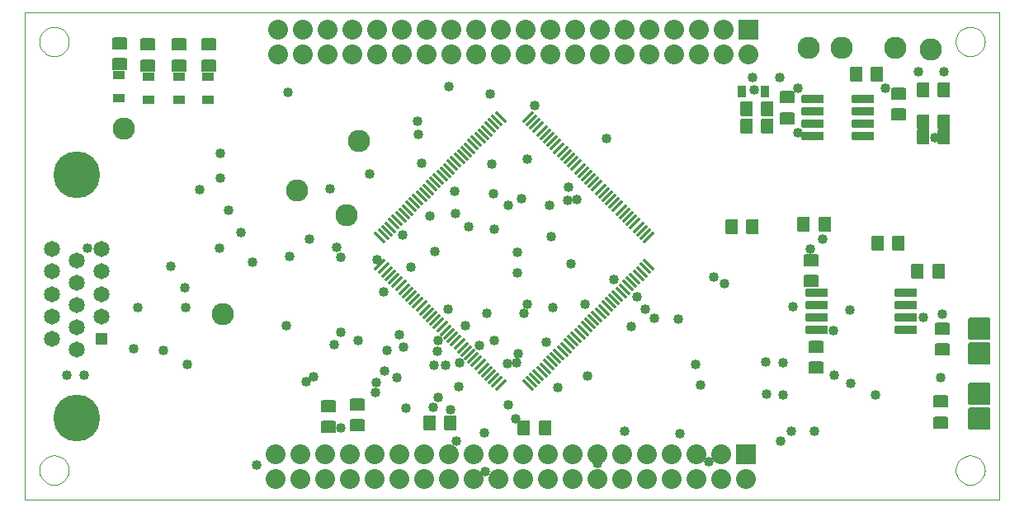
<source format=gbr>
G04 PROTEUS GERBER X2 FILE*
%TF.GenerationSoftware,Labcenter,Proteus,8.16-SP3-Build36097*%
%TF.CreationDate,2025-11-07T09:35:32+00:00*%
%TF.FileFunction,Soldermask,Top*%
%TF.FilePolarity,Negative*%
%TF.Part,Single*%
%TF.SameCoordinates,{b300ba1a-dc7e-4a19-be50-5429eaf46598}*%
%FSLAX45Y45*%
%MOMM*%
G01*
%TA.AperFunction,Material*%
%ADD31C,1.016000*%
%AMPPAD026*
4,1,4,
0.583360,0.583360,
0.583360,-0.583360,
-0.583360,-0.583360,
-0.583360,0.583360,
0.583360,0.583360,
0*%
%TA.AperFunction,Material*%
%ADD32PPAD026*%
%ADD33C,1.650000*%
%ADD34C,4.800000*%
%AMPPAD029*
4,1,36,
-0.762000,-0.508000,
-0.762000,0.508000,
-0.759420,0.533590,
-0.752020,0.557430,
-0.740310,0.579000,
-0.724800,0.597800,
-0.706000,0.613310,
-0.684430,0.625020,
-0.660590,0.632420,
-0.635000,0.635000,
0.635000,0.635000,
0.660590,0.632420,
0.684430,0.625020,
0.706000,0.613310,
0.724800,0.597800,
0.740310,0.579000,
0.752020,0.557430,
0.759420,0.533590,
0.762000,0.508000,
0.762000,-0.508000,
0.759420,-0.533590,
0.752020,-0.557430,
0.740310,-0.579000,
0.724800,-0.597800,
0.706000,-0.613310,
0.684430,-0.625020,
0.660590,-0.632420,
0.635000,-0.635000,
-0.635000,-0.635000,
-0.660590,-0.632420,
-0.684430,-0.625020,
-0.706000,-0.613310,
-0.724800,-0.597800,
-0.740310,-0.579000,
-0.752020,-0.557430,
-0.759420,-0.533590,
-0.762000,-0.508000,
0*%
%TA.AperFunction,Material*%
%ADD35PPAD029*%
%AMPPAD030*
4,1,36,
0.889000,-1.016000,
-0.889000,-1.016000,
-0.914590,-1.013420,
-0.938430,-1.006020,
-0.960000,-0.994310,
-0.978800,-0.978800,
-0.994310,-0.960000,
-1.006020,-0.938430,
-1.013420,-0.914590,
-1.016000,-0.889000,
-1.016000,0.889000,
-1.013420,0.914590,
-1.006020,0.938430,
-0.994310,0.960000,
-0.978800,0.978800,
-0.960000,0.994310,
-0.938430,1.006020,
-0.914590,1.013420,
-0.889000,1.016000,
0.889000,1.016000,
0.914590,1.013420,
0.938430,1.006020,
0.960000,0.994310,
0.978800,0.978800,
0.994310,0.960000,
1.006020,0.938430,
1.013420,0.914590,
1.016000,0.889000,
1.016000,-0.889000,
1.013420,-0.914590,
1.006020,-0.938430,
0.994310,-0.960000,
0.978800,-0.978800,
0.960000,-0.994310,
0.938430,-1.006020,
0.914590,-1.013420,
0.889000,-1.016000,
0*%
%TA.AperFunction,Material*%
%ADD36PPAD030*%
%ADD37C,2.032000*%
%AMPPAD032*
4,1,36,
0.571500,0.317500,
0.571500,-0.317500,
0.568920,-0.343090,
0.561520,-0.366930,
0.549810,-0.388500,
0.534300,-0.407300,
0.515500,-0.422810,
0.493930,-0.434520,
0.470090,-0.441920,
0.444500,-0.444500,
-0.444500,-0.444500,
-0.470090,-0.441920,
-0.493930,-0.434520,
-0.515500,-0.422810,
-0.534300,-0.407300,
-0.549810,-0.388500,
-0.561520,-0.366930,
-0.568920,-0.343090,
-0.571500,-0.317500,
-0.571500,0.317500,
-0.568920,0.343090,
-0.561520,0.366930,
-0.549810,0.388500,
-0.534300,0.407300,
-0.515500,0.422810,
-0.493930,0.434520,
-0.470090,0.441920,
-0.444500,0.444500,
0.444500,0.444500,
0.470090,0.441920,
0.493930,0.434520,
0.515500,0.422810,
0.534300,0.407300,
0.549810,0.388500,
0.561520,0.366930,
0.568920,0.343090,
0.571500,0.317500,
0*%
%TA.AperFunction,Material*%
%ADD38PPAD032*%
%AMPPAD033*
4,1,4,
-0.629330,-0.417190,
0.417190,0.629330,
0.629330,0.417190,
-0.417190,-0.629330,
-0.629330,-0.417190,
0*%
%TA.AperFunction,Material*%
%ADD39PPAD033*%
%AMPPAD034*
4,1,4,
-0.629330,0.417190,
-0.417190,0.629330,
0.629330,-0.417190,
0.417190,-0.629330,
-0.629330,0.417190,
0*%
%ADD40PPAD034*%
%AMPPAD035*
4,1,36,
-0.508000,0.762000,
0.508000,0.762000,
0.533590,0.759420,
0.557430,0.752020,
0.579000,0.740310,
0.597800,0.724800,
0.613310,0.706000,
0.625020,0.684430,
0.632420,0.660590,
0.635000,0.635000,
0.635000,-0.635000,
0.632420,-0.660590,
0.625020,-0.684430,
0.613310,-0.706000,
0.597800,-0.724800,
0.579000,-0.740310,
0.557430,-0.752020,
0.533590,-0.759420,
0.508000,-0.762000,
-0.508000,-0.762000,
-0.533590,-0.759420,
-0.557430,-0.752020,
-0.579000,-0.740310,
-0.597800,-0.724800,
-0.613310,-0.706000,
-0.625020,-0.684430,
-0.632420,-0.660590,
-0.635000,-0.635000,
-0.635000,0.635000,
-0.632420,0.660590,
-0.625020,0.684430,
-0.613310,0.706000,
-0.597800,0.724800,
-0.579000,0.740310,
-0.557430,0.752020,
-0.533590,0.759420,
-0.508000,0.762000,
0*%
%TA.AperFunction,Material*%
%ADD41PPAD035*%
%AMPPAD036*
4,1,36,
-1.143000,-0.317500,
-1.143000,0.317500,
-1.140420,0.343090,
-1.133020,0.366930,
-1.121310,0.388500,
-1.105800,0.407300,
-1.087000,0.422810,
-1.065430,0.434520,
-1.041590,0.441920,
-1.016000,0.444500,
1.016000,0.444500,
1.041590,0.441920,
1.065430,0.434520,
1.087000,0.422810,
1.105800,0.407300,
1.121310,0.388500,
1.133020,0.366930,
1.140420,0.343090,
1.143000,0.317500,
1.143000,-0.317500,
1.140420,-0.343090,
1.133020,-0.366930,
1.121310,-0.388500,
1.105800,-0.407300,
1.087000,-0.422810,
1.065430,-0.434520,
1.041590,-0.441920,
1.016000,-0.444500,
-1.016000,-0.444500,
-1.041590,-0.441920,
-1.065430,-0.434520,
-1.087000,-0.422810,
-1.105800,-0.407300,
-1.121310,-0.388500,
-1.133020,-0.366930,
-1.140420,-0.343090,
-1.143000,-0.317500,
0*%
%TA.AperFunction,Material*%
%ADD42PPAD036*%
%AMPPAD037*
4,1,36,
-1.143000,-1.016000,
-1.143000,1.016000,
-1.140420,1.041590,
-1.133020,1.065430,
-1.121310,1.087000,
-1.105800,1.105800,
-1.087000,1.121310,
-1.065430,1.133020,
-1.041590,1.140420,
-1.016000,1.143000,
1.016000,1.143000,
1.041590,1.140420,
1.065430,1.133020,
1.087000,1.121310,
1.105800,1.105800,
1.121310,1.087000,
1.133020,1.065430,
1.140420,1.041590,
1.143000,1.016000,
1.143000,-1.016000,
1.140420,-1.041590,
1.133020,-1.065430,
1.121310,-1.087000,
1.105800,-1.105800,
1.087000,-1.121310,
1.065430,-1.133020,
1.041590,-1.140420,
1.016000,-1.143000,
-1.016000,-1.143000,
-1.041590,-1.140420,
-1.065430,-1.133020,
-1.087000,-1.121310,
-1.105800,-1.105800,
-1.121310,-1.087000,
-1.133020,-1.065430,
-1.140420,-1.041590,
-1.143000,-1.016000,
0*%
%TA.AperFunction,Material*%
%ADD43PPAD037*%
%TA.AperFunction,Material*%
%ADD44C,2.286000*%
%AMPPAD039*
4,1,36,
-0.317500,0.571500,
0.317500,0.571500,
0.343090,0.568920,
0.366930,0.561520,
0.388500,0.549810,
0.407300,0.534300,
0.422810,0.515500,
0.434520,0.493930,
0.441920,0.470090,
0.444500,0.444500,
0.444500,-0.444500,
0.441920,-0.470090,
0.434520,-0.493930,
0.422810,-0.515500,
0.407300,-0.534300,
0.388500,-0.549810,
0.366930,-0.561520,
0.343090,-0.568920,
0.317500,-0.571500,
-0.317500,-0.571500,
-0.343090,-0.568920,
-0.366930,-0.561520,
-0.388500,-0.549810,
-0.407300,-0.534300,
-0.422810,-0.515500,
-0.434520,-0.493930,
-0.441920,-0.470090,
-0.444500,-0.444500,
-0.444500,0.444500,
-0.441920,0.470090,
-0.434520,0.493930,
-0.422810,0.515500,
-0.407300,0.534300,
-0.388500,0.549810,
-0.366930,0.561520,
-0.343090,0.568920,
-0.317500,0.571500,
0*%
%TA.AperFunction,Material*%
%ADD45PPAD039*%
%TA.AperFunction,Profile*%
%ADD25C,0.101600*%
%TD.AperFunction*%
D31*
X+3522473Y+3335782D03*
X+2683448Y+4172581D03*
X+5587308Y+2412163D03*
X+7463624Y+4199309D03*
X+5454113Y+1145913D03*
X+4389521Y+3157243D03*
X+4797295Y+1628178D03*
X+6135680Y+693587D03*
X+6913343Y+1171846D03*
X+6860269Y+1385121D03*
X+9415560Y+4388170D03*
X+9152516Y+4384780D03*
X+409403Y+1271224D03*
X+589942Y+1271224D03*
X+3220302Y+726250D03*
X+3225776Y+1714331D03*
X+3400948Y+1626745D03*
X+8170263Y+2666630D03*
X+6264322Y+2074988D03*
X+5017125Y+824990D03*
X+7050000Y+2278581D03*
X+8040000Y+2565062D03*
X+4642353Y+1575016D03*
X+4008396Y+3879587D03*
X+4776959Y+3438361D03*
X+4790488Y+3131784D03*
X+4945721Y+3019242D03*
X+4016572Y+3742426D03*
X+5032168Y+2534443D03*
X+5038561Y+2323487D03*
X+5362453Y+3016020D03*
X+5756011Y+1264435D03*
X+4395977Y+2935343D03*
X+5400942Y+1964401D03*
X+5135671Y+1998762D03*
X+5549844Y+3068502D03*
X+4800945Y+2772184D03*
X+4535656Y+2798995D03*
X+1645307Y+1386315D03*
X+1097600Y+1546573D03*
X+1399002Y+1522826D03*
X+2667000Y+1778000D03*
X+1778000Y+3175000D03*
X+8280262Y+1732984D03*
X+9378130Y+1245718D03*
X+5100345Y+1906461D03*
X+4721640Y+1908360D03*
X+1142496Y+1967631D03*
X+1632397Y+1964511D03*
X+7917680Y+4218487D03*
X+7723982Y+4326588D03*
X+7445714Y+4326588D03*
X+627112Y+2577281D03*
X+5079046Y+3082077D03*
X+5379500Y+2698521D03*
X+5136580Y+3486942D03*
X+3861883Y+2709188D03*
X+8814674Y+4214458D03*
X+9315177Y+3711750D03*
X+7917680Y+3763296D03*
X+5643942Y+3071392D03*
X+5559726Y+3199219D03*
X+2694864Y+2492250D03*
X+2199970Y+2739001D03*
X+1979706Y+2577288D03*
X+2317072Y+2429059D03*
X+3596000Y+2454000D03*
X+8446010Y+1936893D03*
X+7859467Y+1975985D03*
X+4334316Y+4232578D03*
X+1985944Y+3549709D03*
X+1984785Y+3292043D03*
X+2074538Y+2961419D03*
X+2904693Y+2665456D03*
X+3890290Y+935223D03*
X+4173000Y+944419D03*
X+4323949Y+1946071D03*
X+4294447Y+1373070D03*
X+4443991Y+1396399D03*
X+4694365Y+681876D03*
X+4705604Y+282894D03*
X+6205000Y+1775000D03*
X+9396376Y+1900894D03*
X+7758524Y+1066269D03*
X+7758524Y+1398926D03*
X+6684083Y+1843580D03*
X+6441408Y+1852881D03*
X+6344421Y+1949868D03*
X+8079138Y+694651D03*
X+7596350Y+1073774D03*
X+7586945Y+1403712D03*
X+9201515Y+1866180D03*
X+7160000Y+2210000D03*
X+3109312Y+3186552D03*
X+1475092Y+2389904D03*
X+4501962Y+1783870D03*
X+4224371Y+1041698D03*
X+4350312Y+912601D03*
X+2945409Y+1254433D03*
X+3694485Y+1525139D03*
X+4223210Y+1623828D03*
X+3152478Y+1585089D03*
X+4136517Y+2904475D03*
X+2867002Y+1202625D03*
X+3588847Y+1191790D03*
X+3800000Y+1248581D03*
X+3670328Y+1312881D03*
X+3863459Y+1558355D03*
X+4216520Y+1520000D03*
X+3824278Y+1688121D03*
X+4181932Y+1377530D03*
X+3576775Y+1097653D03*
X+3661969Y+2124076D03*
X+3227478Y+2483744D03*
X+4191000Y+2540000D03*
X+4935437Y+1393507D03*
X+5046712Y+1490493D03*
X+5728880Y+2000360D03*
X+5335402Y+1606882D03*
X+6027314Y+2250000D03*
X+5029418Y+1396512D03*
X+4940000Y+970000D03*
X+1619423Y+2171680D03*
X+3180518Y+2585604D03*
X+3940000Y+2380000D03*
X+2357075Y+352925D03*
X+4407678Y+597679D03*
X+4435870Y+1152037D03*
X+8706362Y+1068933D03*
X+5860466Y+364086D03*
X+6700000Y+670000D03*
X+7735708Y+591834D03*
X+8287761Y+1274589D03*
X+8459498Y+1191287D03*
X+7842501Y+697911D03*
X+6995451Y+381898D03*
X+4057153Y+3446562D03*
X+4755487Y+4162991D03*
X+5210912Y+4036665D03*
X+5952581Y+3699421D03*
D32*
X+769400Y+1648000D03*
D33*
X+769400Y+1877000D03*
X+769400Y+2106000D03*
X+769400Y+2335000D03*
X+769400Y+2564000D03*
X+515400Y+1534000D03*
X+515400Y+1762000D03*
X+515400Y+1992000D03*
X+515400Y+2220000D03*
X+515400Y+2450000D03*
X+261400Y+1648000D03*
X+261400Y+1877000D03*
X+261400Y+2106000D03*
X+261400Y+2335000D03*
X+261400Y+2564000D03*
D34*
X+515400Y+832000D03*
X+515400Y+3330000D03*
D35*
X+952900Y+4462700D03*
X+952900Y+4676060D03*
D36*
X+7408000Y+4823000D03*
D37*
X+7154000Y+4823000D03*
X+6900000Y+4823000D03*
X+6646000Y+4823000D03*
X+6392000Y+4823000D03*
X+6138000Y+4823000D03*
X+5884000Y+4823000D03*
X+5630000Y+4823000D03*
X+5376000Y+4823000D03*
X+5122000Y+4823000D03*
X+4868000Y+4823000D03*
X+4614000Y+4823000D03*
X+4360000Y+4823000D03*
X+4106000Y+4823000D03*
X+3852000Y+4823000D03*
X+3598000Y+4823000D03*
X+3344000Y+4823000D03*
X+3090000Y+4823000D03*
X+2836000Y+4823000D03*
X+2582000Y+4823000D03*
X+2582000Y+4569000D03*
X+2836000Y+4569000D03*
X+3090000Y+4569000D03*
X+3344000Y+4569000D03*
X+3598000Y+4569000D03*
X+3852000Y+4569000D03*
X+4106000Y+4569000D03*
X+4360000Y+4569000D03*
X+4614000Y+4569000D03*
X+4868000Y+4569000D03*
X+5122000Y+4569000D03*
X+5376000Y+4569000D03*
X+5630000Y+4569000D03*
X+5884000Y+4569000D03*
X+6138000Y+4569000D03*
X+6392000Y+4569000D03*
X+6646000Y+4569000D03*
X+6900000Y+4569000D03*
X+7154000Y+4569000D03*
X+7408000Y+4569000D03*
D35*
X+1870000Y+4450000D03*
X+1870000Y+4663360D03*
X+1565200Y+4450000D03*
X+1565200Y+4663360D03*
X+1245000Y+4450000D03*
X+1245000Y+4663360D03*
D38*
X+950000Y+4115050D03*
X+950000Y+4350000D03*
X+1248000Y+4104000D03*
X+1248000Y+4338950D03*
X+1567800Y+4104000D03*
X+1567800Y+4338950D03*
X+1863000Y+4104000D03*
X+1863000Y+4338950D03*
D39*
X+3625429Y+2403906D03*
X+3660785Y+2368551D03*
X+3696140Y+2333195D03*
X+3731495Y+2297840D03*
X+3766851Y+2262485D03*
X+3802206Y+2227129D03*
X+3837561Y+2191774D03*
X+3872917Y+2156419D03*
X+3908272Y+2121063D03*
X+3943627Y+2085708D03*
X+3978983Y+2050352D03*
X+4014338Y+2014997D03*
X+4049693Y+1979642D03*
X+4085049Y+1944286D03*
X+4120404Y+1908931D03*
X+4155759Y+1873576D03*
X+4191115Y+1838220D03*
X+4226470Y+1802865D03*
X+4261825Y+1767510D03*
X+4297181Y+1732154D03*
X+4332536Y+1696799D03*
X+4367891Y+1661444D03*
X+4403247Y+1626088D03*
X+4438602Y+1590733D03*
X+4473957Y+1555378D03*
X+4509313Y+1520022D03*
X+4544668Y+1484667D03*
X+4580023Y+1449312D03*
X+4615379Y+1413956D03*
X+4650734Y+1378601D03*
X+4686089Y+1343246D03*
X+4721445Y+1307890D03*
X+4756800Y+1272535D03*
X+4792155Y+1237180D03*
X+4827511Y+1201824D03*
X+4862866Y+1166469D03*
D40*
X+5144295Y+1166469D03*
X+5179650Y+1201824D03*
X+5215005Y+1237180D03*
X+5250361Y+1272535D03*
X+5285716Y+1307890D03*
X+5321071Y+1343246D03*
X+5356427Y+1378601D03*
X+5391782Y+1413956D03*
X+5427137Y+1449312D03*
X+5462493Y+1484667D03*
X+5497848Y+1520022D03*
X+5533203Y+1555378D03*
X+5568559Y+1590733D03*
X+5603914Y+1626088D03*
X+5639269Y+1661444D03*
X+5674625Y+1696799D03*
X+5709980Y+1732154D03*
X+5745335Y+1767510D03*
X+5780691Y+1802865D03*
X+5816046Y+1838220D03*
X+5851401Y+1873576D03*
X+5886757Y+1908931D03*
X+5922112Y+1944286D03*
X+5957467Y+1979642D03*
X+5992823Y+2014997D03*
X+6028178Y+2050352D03*
X+6063533Y+2085708D03*
X+6098889Y+2121063D03*
X+6134244Y+2156419D03*
X+6169599Y+2191774D03*
X+6204955Y+2227129D03*
X+6240310Y+2262485D03*
X+6275665Y+2297840D03*
X+6311021Y+2333195D03*
X+6346376Y+2368551D03*
X+6381731Y+2403906D03*
D39*
X+6381731Y+2685334D03*
X+6346376Y+2720690D03*
X+6311021Y+2756045D03*
X+6275665Y+2791400D03*
X+6240310Y+2826756D03*
X+6204955Y+2862111D03*
X+6169599Y+2897466D03*
X+6134244Y+2932822D03*
X+6098889Y+2968177D03*
X+6063533Y+3003532D03*
X+6028178Y+3038888D03*
X+5992823Y+3074243D03*
X+5957467Y+3109598D03*
X+5922112Y+3144954D03*
X+5886757Y+3180309D03*
X+5851401Y+3215664D03*
X+5816046Y+3251020D03*
X+5780691Y+3286375D03*
X+5745335Y+3321730D03*
X+5709980Y+3357086D03*
X+5674625Y+3392441D03*
X+5639269Y+3427797D03*
X+5603914Y+3463152D03*
X+5568559Y+3498507D03*
X+5533203Y+3533863D03*
X+5497848Y+3569218D03*
X+5462493Y+3604573D03*
X+5427137Y+3639929D03*
X+5391782Y+3675284D03*
X+5356427Y+3710639D03*
X+5321071Y+3745995D03*
X+5285716Y+3781350D03*
X+5250361Y+3816705D03*
X+5215005Y+3852061D03*
X+5179650Y+3887416D03*
X+5144295Y+3922771D03*
D40*
X+4862866Y+3922771D03*
X+4827511Y+3887416D03*
X+4792155Y+3852061D03*
X+4756800Y+3816705D03*
X+4721445Y+3781350D03*
X+4686089Y+3745995D03*
X+4650734Y+3710639D03*
X+4615379Y+3675284D03*
X+4580023Y+3639929D03*
X+4544668Y+3604573D03*
X+4509313Y+3569218D03*
X+4473957Y+3533863D03*
X+4438602Y+3498507D03*
X+4403247Y+3463152D03*
X+4367891Y+3427797D03*
X+4332536Y+3392441D03*
X+4297181Y+3357086D03*
X+4261825Y+3321730D03*
X+4226470Y+3286375D03*
X+4191115Y+3251020D03*
X+4155759Y+3215664D03*
X+4120404Y+3180309D03*
X+4085049Y+3144954D03*
X+4049693Y+3109598D03*
X+4014338Y+3074243D03*
X+3978983Y+3038888D03*
X+3943627Y+3003532D03*
X+3908272Y+2968177D03*
X+3872917Y+2932822D03*
X+3837561Y+2897466D03*
X+3802206Y+2862111D03*
X+3766851Y+2826756D03*
X+3731495Y+2791400D03*
X+3696140Y+2756045D03*
X+3660785Y+2720690D03*
X+3625429Y+2685334D03*
D35*
X+3093500Y+736140D03*
X+3093500Y+949500D03*
X+3396300Y+966485D03*
X+3396300Y+753125D03*
D41*
X+4138100Y+784400D03*
X+4351460Y+784400D03*
X+5319900Y+726400D03*
X+5106540Y+726400D03*
D42*
X+8110000Y+2117900D03*
X+8110000Y+1990900D03*
X+8110000Y+1863900D03*
X+8110000Y+1736900D03*
X+9024400Y+1736900D03*
X+9024400Y+1863900D03*
X+9024400Y+1990900D03*
X+9024400Y+2117900D03*
D41*
X+7236640Y+2800000D03*
X+7450000Y+2800000D03*
D35*
X+8100000Y+1350000D03*
X+8100000Y+1563360D03*
X+8050000Y+2236640D03*
X+8050000Y+2450000D03*
D43*
X+9773700Y+822500D03*
X+9773700Y+1076500D03*
X+9773700Y+1495600D03*
X+9773700Y+1749600D03*
D35*
X+9380000Y+784400D03*
X+9380000Y+997760D03*
X+9392700Y+1533700D03*
X+9392700Y+1747060D03*
D44*
X+8021100Y+4632500D03*
X+8364000Y+4632500D03*
X+8910100Y+4632500D03*
X+9278400Y+4619800D03*
D41*
X+8516400Y+4365800D03*
X+8729760Y+4365800D03*
X+9202200Y+4200700D03*
X+9415560Y+4200700D03*
X+9202200Y+3870500D03*
X+9415560Y+3870500D03*
X+9202200Y+3718100D03*
X+9415560Y+3718100D03*
D35*
X+8948200Y+3946700D03*
X+8948200Y+4160060D03*
D42*
X+8065550Y+4111800D03*
X+8065550Y+3984800D03*
X+8065550Y+3857800D03*
X+8065550Y+3730800D03*
X+8586250Y+3730800D03*
X+8586250Y+3857800D03*
X+8586250Y+3984800D03*
X+8586250Y+4111800D03*
D35*
X+7805200Y+3908600D03*
X+7805200Y+4121960D03*
D45*
X+7576600Y+4188000D03*
X+7341650Y+4188000D03*
D41*
X+7386100Y+4010200D03*
X+7599460Y+4010200D03*
X+7386100Y+3832400D03*
X+7599460Y+3832400D03*
X+8732300Y+2625900D03*
X+8945660Y+2625900D03*
X+9357800Y+2342700D03*
X+9144440Y+2342700D03*
D44*
X+2014000Y+1902000D03*
X+2776000Y+3172000D03*
X+3411000Y+3680000D03*
X+3284000Y+2918000D03*
X+998000Y+3807000D03*
D36*
X+7380000Y+457571D03*
D37*
X+7126000Y+457571D03*
X+6872000Y+457571D03*
X+6618000Y+457571D03*
X+6364000Y+457571D03*
X+6110000Y+457571D03*
X+5856000Y+457571D03*
X+5602000Y+457571D03*
X+5348000Y+457571D03*
X+5094000Y+457571D03*
X+4840000Y+457571D03*
X+4586000Y+457571D03*
X+4332000Y+457571D03*
X+4078000Y+457571D03*
X+3824000Y+457571D03*
X+3570000Y+457571D03*
X+3316000Y+457571D03*
X+3062000Y+457571D03*
X+2808000Y+457571D03*
X+2554000Y+457571D03*
X+2554000Y+203571D03*
X+2808000Y+203571D03*
X+3062000Y+203571D03*
X+3316000Y+203571D03*
X+3570000Y+203571D03*
X+3824000Y+203571D03*
X+4078000Y+203571D03*
X+4332000Y+203571D03*
X+4586000Y+203571D03*
X+4840000Y+203571D03*
X+5094000Y+203571D03*
X+5348000Y+203571D03*
X+5602000Y+203571D03*
X+5856000Y+203571D03*
X+6110000Y+203571D03*
X+6364000Y+203571D03*
X+6618000Y+203571D03*
X+6872000Y+203571D03*
X+7126000Y+203571D03*
X+7380000Y+203571D03*
D41*
X+7976640Y+2820000D03*
X+8190000Y+2820000D03*
D25*
X-18000Y-3000D02*
X+9982000Y-3000D01*
X+9982000Y+4997000D01*
X-18000Y+4997000D01*
X-18000Y-3000D01*
X+9832000Y+4697000D02*
X+9831498Y+4709258D01*
X+9827422Y+4733775D01*
X+9818906Y+4758292D01*
X+9805032Y+4782809D01*
X+9783806Y+4807161D01*
X+9759289Y+4825555D01*
X+9734772Y+4837411D01*
X+9710255Y+4844315D01*
X+9685738Y+4846953D01*
X+9682000Y+4847000D01*
X+9532000Y+4697000D02*
X+9532502Y+4709258D01*
X+9536578Y+4733775D01*
X+9545094Y+4758292D01*
X+9558968Y+4782809D01*
X+9580194Y+4807161D01*
X+9604711Y+4825555D01*
X+9629228Y+4837411D01*
X+9653745Y+4844315D01*
X+9678262Y+4846953D01*
X+9682000Y+4847000D01*
X+9532000Y+4697000D02*
X+9532502Y+4684742D01*
X+9536578Y+4660225D01*
X+9545094Y+4635708D01*
X+9558968Y+4611191D01*
X+9580194Y+4586839D01*
X+9604711Y+4568445D01*
X+9629228Y+4556589D01*
X+9653745Y+4549685D01*
X+9678262Y+4547047D01*
X+9682000Y+4547000D01*
X+9832000Y+4697000D02*
X+9831498Y+4684742D01*
X+9827422Y+4660225D01*
X+9818906Y+4635708D01*
X+9805032Y+4611191D01*
X+9783806Y+4586839D01*
X+9759289Y+4568445D01*
X+9734772Y+4556589D01*
X+9710255Y+4549685D01*
X+9685738Y+4547047D01*
X+9682000Y+4547000D01*
X+9832000Y+297000D02*
X+9831498Y+309258D01*
X+9827422Y+333775D01*
X+9818906Y+358292D01*
X+9805032Y+382809D01*
X+9783806Y+407161D01*
X+9759289Y+425555D01*
X+9734772Y+437411D01*
X+9710255Y+444315D01*
X+9685738Y+446953D01*
X+9682000Y+447000D01*
X+9532000Y+297000D02*
X+9532502Y+309258D01*
X+9536578Y+333775D01*
X+9545094Y+358292D01*
X+9558968Y+382809D01*
X+9580194Y+407161D01*
X+9604711Y+425555D01*
X+9629228Y+437411D01*
X+9653745Y+444315D01*
X+9678262Y+446953D01*
X+9682000Y+447000D01*
X+9532000Y+297000D02*
X+9532502Y+284742D01*
X+9536578Y+260225D01*
X+9545094Y+235708D01*
X+9558968Y+211191D01*
X+9580194Y+186839D01*
X+9604711Y+168445D01*
X+9629228Y+156589D01*
X+9653745Y+149685D01*
X+9678262Y+147047D01*
X+9682000Y+147000D01*
X+9832000Y+297000D02*
X+9831498Y+284742D01*
X+9827422Y+260225D01*
X+9818906Y+235708D01*
X+9805032Y+211191D01*
X+9783806Y+186839D01*
X+9759289Y+168445D01*
X+9734772Y+156589D01*
X+9710255Y+149685D01*
X+9685738Y+147047D01*
X+9682000Y+147000D01*
X+432000Y+297000D02*
X+431498Y+309258D01*
X+427422Y+333775D01*
X+418906Y+358292D01*
X+405032Y+382809D01*
X+383806Y+407161D01*
X+359289Y+425555D01*
X+334772Y+437411D01*
X+310255Y+444315D01*
X+285738Y+446953D01*
X+282000Y+447000D01*
X+132000Y+297000D02*
X+132502Y+309258D01*
X+136578Y+333775D01*
X+145094Y+358292D01*
X+158968Y+382809D01*
X+180194Y+407161D01*
X+204711Y+425555D01*
X+229228Y+437411D01*
X+253745Y+444315D01*
X+278262Y+446953D01*
X+282000Y+447000D01*
X+132000Y+297000D02*
X+132502Y+284742D01*
X+136578Y+260225D01*
X+145094Y+235708D01*
X+158968Y+211191D01*
X+180194Y+186839D01*
X+204711Y+168445D01*
X+229228Y+156589D01*
X+253745Y+149685D01*
X+278262Y+147047D01*
X+282000Y+147000D01*
X+432000Y+297000D02*
X+431498Y+284742D01*
X+427422Y+260225D01*
X+418906Y+235708D01*
X+405032Y+211191D01*
X+383806Y+186839D01*
X+359289Y+168445D01*
X+334772Y+156589D01*
X+310255Y+149685D01*
X+285738Y+147047D01*
X+282000Y+147000D01*
X+432000Y+4697000D02*
X+431498Y+4709258D01*
X+427422Y+4733775D01*
X+418906Y+4758292D01*
X+405032Y+4782809D01*
X+383806Y+4807161D01*
X+359289Y+4825555D01*
X+334772Y+4837411D01*
X+310255Y+4844315D01*
X+285738Y+4846953D01*
X+282000Y+4847000D01*
X+132000Y+4697000D02*
X+132502Y+4709258D01*
X+136578Y+4733775D01*
X+145094Y+4758292D01*
X+158968Y+4782809D01*
X+180194Y+4807161D01*
X+204711Y+4825555D01*
X+229228Y+4837411D01*
X+253745Y+4844315D01*
X+278262Y+4846953D01*
X+282000Y+4847000D01*
X+132000Y+4697000D02*
X+132502Y+4684742D01*
X+136578Y+4660225D01*
X+145094Y+4635708D01*
X+158968Y+4611191D01*
X+180194Y+4586839D01*
X+204711Y+4568445D01*
X+229228Y+4556589D01*
X+253745Y+4549685D01*
X+278262Y+4547047D01*
X+282000Y+4547000D01*
X+432000Y+4697000D02*
X+431498Y+4684742D01*
X+427422Y+4660225D01*
X+418906Y+4635708D01*
X+405032Y+4611191D01*
X+383806Y+4586839D01*
X+359289Y+4568445D01*
X+334772Y+4556589D01*
X+310255Y+4549685D01*
X+285738Y+4547047D01*
X+282000Y+4547000D01*
M02*

</source>
